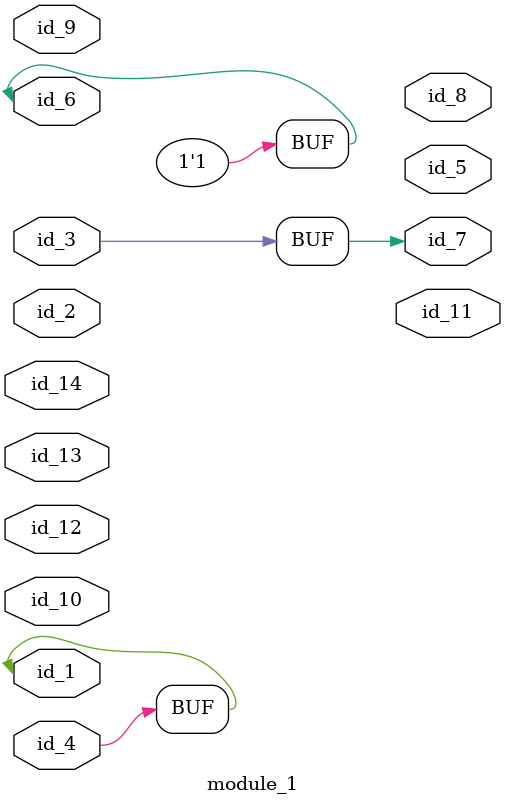
<source format=v>
module module_0;
  assign id_1 = id_1;
endmodule
module module_1 (
    id_1,
    id_2,
    id_3,
    id_4,
    id_5,
    id_6,
    id_7,
    id_8,
    id_9,
    id_10,
    id_11,
    id_12,
    id_13,
    id_14
);
  inout wire id_14;
  input wire id_13;
  inout wire id_12;
  output wire id_11;
  input wire id_10;
  input wire id_9;
  output wire id_8;
  output wire id_7;
  inout wire id_6;
  output wire id_5;
  input wire id_4;
  input wire id_3;
  inout wire id_2;
  inout wire id_1;
  assign id_1 = (id_4);
  assign id_6[!1] = 1;
  module_0 modCall_1 ();
  assign id_7 = id_3;
  wire id_15;
endmodule

</source>
